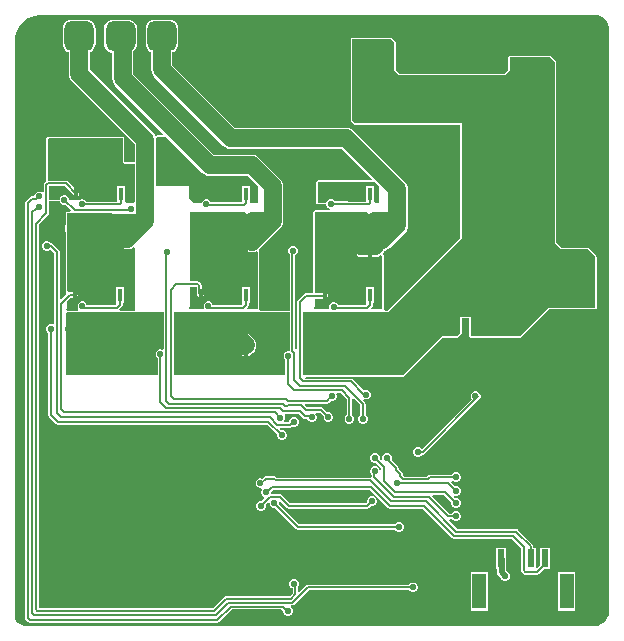
<source format=gbl>
G04*
G04 #@! TF.GenerationSoftware,Altium Limited,Altium Designer,21.2.2 (38)*
G04*
G04 Layer_Physical_Order=2*
G04 Layer_Color=16711680*
%FSLAX25Y25*%
%MOIN*%
G70*
G04*
G04 #@! TF.SameCoordinates,8CF34D0F-3D0A-4A82-AD64-C49C04CB85B6*
G04*
G04*
G04 #@! TF.FilePolarity,Positive*
G04*
G01*
G75*
%ADD13C,0.00800*%
%ADD33R,0.01772X0.04331*%
%ADD34R,0.21654X0.01181*%
%ADD35R,0.01772X0.06299*%
%ADD36R,0.16732X0.13780*%
%ADD73C,0.06000*%
%ADD74C,0.02000*%
%ADD75C,0.15748*%
%ADD76C,0.07087*%
%ADD77R,0.07087X0.07087*%
%ADD78R,0.07087X0.07087*%
%ADD79C,0.02200*%
G04:AMPARAMS|DCode=80|XSize=100mil|YSize=98.43mil|CornerRadius=24.61mil|HoleSize=0mil|Usage=FLASHONLY|Rotation=270.000|XOffset=0mil|YOffset=0mil|HoleType=Round|Shape=RoundedRectangle|*
%AMROUNDEDRECTD80*
21,1,0.10000,0.04921,0,0,270.0*
21,1,0.05079,0.09843,0,0,270.0*
1,1,0.04921,-0.02461,-0.02539*
1,1,0.04921,-0.02461,0.02539*
1,1,0.04921,0.02461,0.02539*
1,1,0.04921,0.02461,-0.02539*
%
%ADD80ROUNDEDRECTD80*%
%ADD81R,0.04724X0.11811*%
%ADD82R,0.02362X0.05906*%
G36*
X463896Y426957D02*
Y426957D01*
X463896Y426957D01*
X464538Y426873D01*
X465505Y426472D01*
X466335Y425835D01*
X466972Y425005D01*
X467373Y424038D01*
X467498Y423087D01*
X467480Y423000D01*
X467480Y228500D01*
X467538Y228210D01*
X467403Y227186D01*
X466896Y225962D01*
X466089Y224911D01*
X465038Y224104D01*
X463814Y223597D01*
X463328Y223533D01*
Y223533D01*
X463317Y223520D01*
X272637Y223520D01*
X272616Y223543D01*
Y223543D01*
X272616Y223543D01*
X272092Y223612D01*
X271246Y223962D01*
X270520Y224520D01*
X269962Y225246D01*
X269612Y226092D01*
X269506Y226893D01*
X269543Y227384D01*
X269543Y227384D01*
X269520Y227858D01*
X269520Y227971D01*
X269520Y419368D01*
X269544Y419390D01*
X269544D01*
X269620Y420167D01*
X270107Y421770D01*
X270896Y423247D01*
X271959Y424541D01*
X273253Y425604D01*
X274730Y426393D01*
X276333Y426880D01*
X277110Y426956D01*
Y426956D01*
X277132Y426980D01*
X463875D01*
X463896Y426957D01*
D02*
G37*
%LPC*%
G36*
X320961Y425526D02*
X316039D01*
X315266Y425424D01*
X314546Y425126D01*
X313928Y424651D01*
X313453Y424032D01*
X313155Y423312D01*
X313053Y422539D01*
Y417461D01*
X313155Y416688D01*
X313453Y415968D01*
X313928Y415349D01*
X314546Y414875D01*
X314970Y414699D01*
Y409000D01*
X315090Y408086D01*
X315443Y407235D01*
X316004Y406504D01*
X339004Y383504D01*
X339735Y382943D01*
X340586Y382590D01*
X341500Y382470D01*
X378538D01*
X388504Y372503D01*
X388313Y372041D01*
X370500Y372041D01*
X370117Y371883D01*
X369959Y371500D01*
Y364500D01*
X370117Y364117D01*
X370500Y363959D01*
X373337D01*
Y363745D01*
X373581Y363157D01*
X374031Y362707D01*
X374430Y362541D01*
X374330Y362041D01*
X369500D01*
X369117Y361883D01*
X368959Y361500D01*
Y334418D01*
X366500D01*
X366149Y334348D01*
X365851Y334149D01*
X363851Y332149D01*
X363652Y331851D01*
X363582Y331500D01*
Y315875D01*
X363082Y315614D01*
X362918Y315729D01*
Y347122D01*
X363075Y347187D01*
X363525Y347637D01*
X363769Y348225D01*
Y348862D01*
X363525Y349450D01*
X363075Y349900D01*
X362487Y350143D01*
X361851D01*
X361263Y349900D01*
X360813Y349450D01*
X360569Y348862D01*
Y348225D01*
X360813Y347637D01*
X361082Y347367D01*
Y328541D01*
X351392D01*
X351041Y329000D01*
Y348024D01*
X351016Y348085D01*
X351027Y348149D01*
X350940Y348270D01*
X350883Y348407D01*
X350853Y348894D01*
X350996Y349004D01*
X357996Y356004D01*
X357996Y356004D01*
X358557Y356735D01*
X358910Y357586D01*
X359030Y358500D01*
Y370000D01*
X358910Y370914D01*
X358557Y371765D01*
X357996Y372496D01*
X357996Y372496D01*
X350996Y379496D01*
X350265Y380057D01*
X349414Y380410D01*
X348500Y380530D01*
X335962D01*
X309030Y407462D01*
Y415148D01*
X309293Y415349D01*
X309767Y415968D01*
X310066Y416688D01*
X310167Y417461D01*
Y422539D01*
X310066Y423312D01*
X309767Y424032D01*
X309293Y424651D01*
X308674Y425126D01*
X307954Y425424D01*
X307181Y425526D01*
X302260D01*
X301487Y425424D01*
X300767Y425126D01*
X300148Y424651D01*
X299674Y424032D01*
X299375Y423312D01*
X299274Y422539D01*
Y417461D01*
X299375Y416688D01*
X299674Y415968D01*
X300148Y415349D01*
X300767Y414875D01*
X301487Y414576D01*
X301970Y414513D01*
Y406000D01*
X302090Y405086D01*
X302443Y404235D01*
X303004Y403504D01*
X319004Y387503D01*
X318813Y387041D01*
X316894D01*
X316873Y387033D01*
X316852Y387040D01*
X316720Y386972D01*
X316468Y386910D01*
X316230Y387061D01*
X316097Y387170D01*
X316057Y387265D01*
X315496Y387996D01*
X294471Y409021D01*
Y414699D01*
X294895Y414875D01*
X295513Y415349D01*
X295988Y415968D01*
X296286Y416688D01*
X296388Y417461D01*
Y422539D01*
X296286Y423312D01*
X295988Y424032D01*
X295513Y424651D01*
X294895Y425126D01*
X294174Y425424D01*
X293402Y425526D01*
X288480D01*
X287707Y425424D01*
X286987Y425126D01*
X286369Y424651D01*
X285894Y424032D01*
X285596Y423312D01*
X285494Y422539D01*
Y417461D01*
X285596Y416688D01*
X285894Y415968D01*
X286369Y415349D01*
X286987Y414875D01*
X287411Y414699D01*
Y407559D01*
X287531Y406645D01*
X287884Y405794D01*
X288445Y405063D01*
X309470Y384038D01*
Y378041D01*
X306224D01*
X306041Y378224D01*
Y386000D01*
X305883Y386383D01*
X305500Y386541D01*
X281054D01*
X280962Y386579D01*
X280862Y386538D01*
X280755D01*
X280293Y386347D01*
X280217Y386271D01*
X280117Y386229D01*
X280076Y386130D01*
X280000Y386054D01*
Y385946D01*
X279959Y385847D01*
X279959Y371918D01*
X280016Y371780D01*
X279820Y371649D01*
X279351Y371180D01*
X279152Y370883D01*
X279082Y370531D01*
Y368155D01*
X278582Y367948D01*
X278540Y367990D01*
X277952Y368234D01*
X277316D01*
X276728Y367990D01*
X276277Y367540D01*
X276034Y366952D01*
Y366758D01*
X275341D01*
X274990Y366689D01*
X274692Y366490D01*
X273251Y365049D01*
X273052Y364751D01*
X272982Y364400D01*
Y226069D01*
X273052Y225717D01*
X273251Y225420D01*
X273820Y224851D01*
X274117Y224652D01*
X274469Y224582D01*
X337000D01*
X337351Y224652D01*
X337649Y224851D01*
X341780Y228982D01*
X358341D01*
X358900Y228423D01*
Y228182D01*
X359144Y227594D01*
X359594Y227144D01*
X360182Y226900D01*
X360818D01*
X361406Y227144D01*
X361856Y227594D01*
X362100Y228182D01*
Y228818D01*
X361856Y229406D01*
X361480Y229782D01*
X361554Y230133D01*
X361634Y230282D01*
X362038D01*
X362390Y230352D01*
X362687Y230551D01*
X367549Y235413D01*
X400825D01*
X401263Y234974D01*
X401851Y234730D01*
X402488D01*
X403076Y234974D01*
X403526Y235424D01*
X403770Y236012D01*
Y236649D01*
X403526Y237237D01*
X403076Y237687D01*
X402488Y237930D01*
X401851D01*
X401263Y237687D01*
X400825Y237248D01*
X367169D01*
X366818Y237178D01*
X366520Y236979D01*
X364380Y234839D01*
X363918Y235030D01*
Y236621D01*
X363901Y236702D01*
X364100Y237182D01*
Y237818D01*
X363856Y238406D01*
X363406Y238856D01*
X362818Y239100D01*
X362182D01*
X361594Y238856D01*
X361144Y238406D01*
X360900Y237818D01*
Y237182D01*
X361144Y236594D01*
X361594Y236144D01*
X362082Y235941D01*
Y234380D01*
X361120Y233418D01*
X340000D01*
X339649Y233348D01*
X339351Y233149D01*
X335620Y229418D01*
X277418D01*
Y357120D01*
X280649Y360351D01*
X280848Y360649D01*
X280918Y361000D01*
Y364959D01*
X284400D01*
X284479Y364991D01*
X284644Y364594D01*
X285094Y364144D01*
X285682Y363900D01*
X286302D01*
X288199Y362003D01*
X288008Y361541D01*
X287000D01*
X286617Y361383D01*
X286459Y361000D01*
Y357108D01*
X286173D01*
Y354927D01*
X286459D01*
Y334961D01*
X286487Y334893D01*
X286477Y334820D01*
X286563Y334708D01*
X286617Y334578D01*
X286779Y334119D01*
X286784Y334082D01*
X284980Y332277D01*
X284518Y332469D01*
Y348153D01*
X284448Y348504D01*
X284249Y348802D01*
X282249Y350802D01*
X281951Y351001D01*
X281600Y351071D01*
X281445D01*
X281006Y351510D01*
X280418Y351753D01*
X279782D01*
X279194Y351510D01*
X278744Y351060D01*
X278500Y350471D01*
Y349835D01*
X278744Y349247D01*
X279194Y348797D01*
X279782Y348553D01*
X280418D01*
X281006Y348797D01*
X281332Y349123D01*
X282682Y347773D01*
Y324325D01*
X282182Y323991D01*
X281918Y324100D01*
X281282D01*
X280694Y323856D01*
X280244Y323406D01*
X280000Y322818D01*
Y322182D01*
X280244Y321594D01*
X280682Y321155D01*
Y293900D01*
X280752Y293549D01*
X280951Y293251D01*
X283351Y290851D01*
X283649Y290652D01*
X284000Y290582D01*
X353620D01*
X356900Y287302D01*
Y286682D01*
X357144Y286094D01*
X357594Y285644D01*
X358182Y285400D01*
X358818D01*
X359406Y285644D01*
X359856Y286094D01*
X360100Y286682D01*
Y287318D01*
X359856Y287906D01*
X359406Y288356D01*
X358818Y288600D01*
X358198D01*
X357677Y289120D01*
X357869Y289582D01*
X361331D01*
X361683Y289652D01*
X361980Y289851D01*
X362074Y289945D01*
X362182Y289900D01*
X362818D01*
X363406Y290144D01*
X363856Y290594D01*
X364100Y291182D01*
Y291818D01*
X363856Y292406D01*
X363406Y292856D01*
X362818Y293100D01*
X362182D01*
X361594Y292856D01*
X361144Y292406D01*
X360900Y291818D01*
Y291418D01*
X359580D01*
X359356Y291901D01*
X359600Y292490D01*
Y293126D01*
X359411Y293582D01*
X359588Y293965D01*
X359695Y294082D01*
X364120D01*
X365583Y292619D01*
X365881Y292420D01*
X366232Y292350D01*
X367037D01*
X367144Y292094D01*
X367594Y291644D01*
X368182Y291400D01*
X368818D01*
X369406Y291644D01*
X369856Y292094D01*
X370100Y292682D01*
Y293318D01*
X369856Y293906D01*
X369680Y294082D01*
X369887Y294582D01*
X371120D01*
X372400Y293302D01*
Y292682D01*
X372644Y292094D01*
X373094Y291644D01*
X373682Y291400D01*
X374318D01*
X374906Y291644D01*
X375356Y292094D01*
X375600Y292682D01*
Y293318D01*
X375356Y293906D01*
X374906Y294356D01*
X374318Y294600D01*
X373698D01*
X372149Y296149D01*
X371851Y296348D01*
X371500Y296418D01*
X366880D01*
X366177Y297120D01*
X366369Y297582D01*
X373460D01*
X373811Y297652D01*
X374109Y297851D01*
X374745Y298487D01*
X374851Y298443D01*
X375487D01*
X376075Y298687D01*
X376525Y299137D01*
X376769Y299725D01*
Y300362D01*
X376678Y300582D01*
X377012Y301082D01*
X378120D01*
X380082Y299120D01*
Y293845D01*
X379644Y293406D01*
X379400Y292818D01*
Y292182D01*
X379644Y291594D01*
X380094Y291144D01*
X380682Y290900D01*
X381318D01*
X381906Y291144D01*
X382356Y291594D01*
X382600Y292182D01*
Y292818D01*
X382356Y293406D01*
X381918Y293845D01*
Y299078D01*
X382418Y299285D01*
X384582Y297120D01*
Y293845D01*
X384144Y293406D01*
X383900Y292818D01*
Y292182D01*
X384144Y291594D01*
X384594Y291144D01*
X385182Y290900D01*
X385818D01*
X386406Y291144D01*
X386856Y291594D01*
X387100Y292182D01*
Y292818D01*
X386856Y293406D01*
X386418Y293845D01*
Y297500D01*
X386348Y297851D01*
X386149Y298149D01*
X385574Y298724D01*
X385857Y299148D01*
X386351Y298943D01*
X386987D01*
X387575Y299187D01*
X388025Y299637D01*
X388269Y300225D01*
Y300862D01*
X388025Y301450D01*
X387575Y301900D01*
X386987Y302143D01*
X386351D01*
X385858Y301939D01*
X382149Y305649D01*
X381851Y305848D01*
X381500Y305918D01*
X366363D01*
X366336Y305959D01*
X366603Y306459D01*
X399000D01*
X399000Y306459D01*
X399383Y306617D01*
X399383Y306617D01*
X412224Y319459D01*
X417000D01*
X417383Y319617D01*
X417383Y319617D01*
X418383Y320617D01*
X418541Y321000D01*
X418541Y321000D01*
Y323940D01*
X418500Y324040D01*
Y324147D01*
X418441Y324289D01*
Y324711D01*
X418500Y324853D01*
Y324960D01*
X418541Y325060D01*
Y325959D01*
X420959D01*
Y320000D01*
X421117Y319617D01*
X421500Y319459D01*
X438000D01*
X438000Y319459D01*
X438383Y319617D01*
X447724Y328959D01*
X463000D01*
X463383Y329117D01*
X463541Y329500D01*
Y346500D01*
X463383Y346883D01*
X463383Y346883D01*
X460883Y349383D01*
X460500Y349541D01*
X460500Y349541D01*
X451724D01*
X450041Y351224D01*
Y411500D01*
X450041Y411500D01*
X449883Y411883D01*
X448383Y413383D01*
X448000Y413541D01*
X448000Y413541D01*
X434500D01*
X434117Y413383D01*
X433959Y413000D01*
Y408724D01*
X432776Y407541D01*
X397724D01*
X396541Y408724D01*
Y418000D01*
X396383Y418383D01*
X396383Y418383D01*
X395383Y419383D01*
X395000Y419541D01*
X395000Y419541D01*
X382000D01*
X381617Y419383D01*
X381459Y419000D01*
Y392000D01*
X381617Y391617D01*
X381617Y391617D01*
X382617Y390617D01*
X383000Y390459D01*
X383000Y390459D01*
X417959D01*
X417959Y352724D01*
X393776Y328541D01*
X392892D01*
X392541Y329000D01*
Y346876D01*
X392507Y346960D01*
X392512Y347050D01*
X392430Y347144D01*
X392383Y347259D01*
X392261Y347572D01*
X392294Y347892D01*
X392557Y348235D01*
X392696Y348570D01*
X392906Y348597D01*
X393758Y348950D01*
X394489Y349511D01*
X399496Y354519D01*
X400057Y355250D01*
X400410Y356101D01*
X400530Y357015D01*
Y360500D01*
Y369000D01*
X400410Y369914D01*
X400057Y370765D01*
X399496Y371496D01*
X382496Y388496D01*
X381765Y389057D01*
X380914Y389410D01*
X380000Y389530D01*
X342962D01*
X322030Y410462D01*
Y414699D01*
X322454Y414875D01*
X323072Y415349D01*
X323547Y415968D01*
X323845Y416688D01*
X323947Y417461D01*
Y422539D01*
X323845Y423312D01*
X323547Y424032D01*
X323072Y424651D01*
X322454Y425126D01*
X321733Y425424D01*
X320961Y425526D01*
D02*
G37*
G36*
X423318Y301600D02*
X422682D01*
X422094Y301356D01*
X421644Y300906D01*
X421400Y300318D01*
Y299682D01*
X421644Y299094D01*
X421720Y299018D01*
X405129Y282427D01*
X404774Y282782D01*
X404186Y283025D01*
X403549D01*
X402961Y282782D01*
X402511Y282332D01*
X402268Y281744D01*
Y281107D01*
X402511Y280519D01*
X402961Y280069D01*
X403549Y279825D01*
X404186D01*
X404774Y280069D01*
X405224Y280519D01*
X405250Y280582D01*
X405500D01*
X405851Y280652D01*
X406149Y280851D01*
X424649Y299351D01*
X424848Y299649D01*
X424918Y300000D01*
X424848Y300351D01*
X424649Y300649D01*
X424392Y300820D01*
X424356Y300906D01*
X423906Y301356D01*
X423318Y301600D01*
D02*
G37*
G36*
X393818Y281100D02*
X393182D01*
X392594Y280856D01*
X392144Y280406D01*
X391900Y279818D01*
Y279182D01*
X391954Y279050D01*
X391530Y278767D01*
X391100Y279198D01*
Y279818D01*
X390856Y280406D01*
X390406Y280856D01*
X389818Y281100D01*
X389182D01*
X388594Y280856D01*
X388144Y280406D01*
X387900Y279818D01*
Y279182D01*
X388144Y278594D01*
X388594Y278144D01*
X389182Y277900D01*
X389802D01*
X391582Y276120D01*
Y275361D01*
X391100Y275318D01*
X390856Y275906D01*
X390406Y276356D01*
X389818Y276600D01*
X389182D01*
X388594Y276356D01*
X388144Y275906D01*
X387900Y275318D01*
Y274682D01*
X388144Y274094D01*
X388409Y273829D01*
Y273328D01*
X388121Y273013D01*
X387950Y272917D01*
X387945Y272918D01*
X356880D01*
X356649Y273149D01*
X356351Y273348D01*
X356000Y273418D01*
X353137D01*
X352786Y273348D01*
X352488Y273149D01*
X351870Y272531D01*
X351703Y272600D01*
X351066D01*
X350478Y272356D01*
X350028Y271906D01*
X349784Y271318D01*
Y270682D01*
X350028Y270094D01*
X350478Y269644D01*
X351066Y269400D01*
X351574D01*
X351799Y269019D01*
X351819Y268938D01*
X351780Y268899D01*
X351536Y268311D01*
Y267674D01*
X351780Y267086D01*
X352230Y266636D01*
X352494Y266527D01*
X352611Y265937D01*
X351774Y265100D01*
X351182D01*
X350594Y264856D01*
X350144Y264406D01*
X349900Y263818D01*
Y263182D01*
X350144Y262594D01*
X350594Y262144D01*
X351182Y261900D01*
X351818D01*
X352406Y262144D01*
X352856Y262594D01*
X353100Y263182D01*
Y263818D01*
X353097Y263827D01*
X353900Y264630D01*
X354400Y264423D01*
Y264182D01*
X354644Y263594D01*
X355094Y263144D01*
X355682Y262900D01*
X356302D01*
X363351Y255851D01*
X363649Y255652D01*
X364000Y255582D01*
X396155D01*
X396594Y255144D01*
X397182Y254900D01*
X397818D01*
X398406Y255144D01*
X398856Y255594D01*
X399100Y256182D01*
Y256818D01*
X398856Y257406D01*
X398406Y257856D01*
X397818Y258100D01*
X397182D01*
X396594Y257856D01*
X396155Y257418D01*
X364380D01*
X357600Y264198D01*
Y264818D01*
X357546Y264949D01*
X357969Y265233D01*
X360351Y262851D01*
X360649Y262652D01*
X361000Y262582D01*
X387000D01*
X387351Y262652D01*
X387649Y262851D01*
X388198Y263400D01*
X388818D01*
X389406Y263644D01*
X389856Y264094D01*
X390100Y264682D01*
Y265318D01*
X389856Y265906D01*
X389406Y266356D01*
X388818Y266600D01*
X388182D01*
X387594Y266356D01*
X387144Y265906D01*
X386900Y265318D01*
Y264698D01*
X386620Y264418D01*
X361380D01*
X358649Y267149D01*
X358351Y267348D01*
X358000Y267418D01*
X354908D01*
X354736Y267674D01*
Y267938D01*
X355580Y268782D01*
X387920D01*
X393851Y262851D01*
X394149Y262652D01*
X394500Y262582D01*
X405620D01*
X415363Y252839D01*
X415661Y252640D01*
X416012Y252571D01*
X435132D01*
X438205Y249497D01*
Y241969D01*
X438275Y241617D01*
X438474Y241320D01*
X438943Y240851D01*
X439241Y240652D01*
X439592Y240582D01*
X443563D01*
X443914Y240652D01*
X444212Y240851D01*
X445932Y242571D01*
X447996D01*
Y249476D01*
X444634D01*
Y243869D01*
X443575Y242810D01*
X443075Y243017D01*
Y249476D01*
X442311D01*
Y250106D01*
X442241Y250458D01*
X442043Y250755D01*
X437361Y255437D01*
X437063Y255636D01*
X436712Y255706D01*
X417092D01*
X414215Y258582D01*
X414423Y259082D01*
X415155D01*
X415594Y258644D01*
X416182Y258400D01*
X416818D01*
X417406Y258644D01*
X417856Y259094D01*
X418100Y259682D01*
Y260318D01*
X417856Y260906D01*
X417406Y261356D01*
X416818Y261600D01*
X416182D01*
X415594Y261356D01*
X415155Y260918D01*
X414380D01*
X408677Y266620D01*
X408869Y267082D01*
X412620D01*
X414900Y264802D01*
Y264182D01*
X415144Y263594D01*
X415594Y263144D01*
X416182Y262900D01*
X416818D01*
X417406Y263144D01*
X417856Y263594D01*
X418100Y264182D01*
Y264818D01*
X417856Y265406D01*
X417406Y265856D01*
X416818Y266100D01*
X416198D01*
X415767Y266530D01*
X416050Y266954D01*
X416182Y266900D01*
X416818D01*
X417406Y267144D01*
X417856Y267594D01*
X418100Y268182D01*
Y268818D01*
X417856Y269406D01*
X417406Y269856D01*
X416818Y270100D01*
X416198D01*
X414935Y271362D01*
X415126Y271879D01*
X415341Y271896D01*
X415594Y271644D01*
X416182Y271400D01*
X416818D01*
X417406Y271644D01*
X417856Y272094D01*
X418100Y272682D01*
Y273318D01*
X417856Y273906D01*
X417406Y274356D01*
X416818Y274600D01*
X416182D01*
X415594Y274356D01*
X415155Y273918D01*
X407902D01*
X407551Y273848D01*
X407253Y273649D01*
X406822Y273218D01*
X399377D01*
X398918Y273677D01*
Y274000D01*
X398848Y274351D01*
X398649Y274649D01*
X397418Y275880D01*
Y276000D01*
X397348Y276351D01*
X397149Y276649D01*
X394958Y278839D01*
X395100Y279182D01*
Y279818D01*
X394856Y280406D01*
X394406Y280856D01*
X393818Y281100D01*
D02*
G37*
G36*
X433232Y249476D02*
X429870D01*
Y242571D01*
X430203D01*
Y241268D01*
X430319Y240683D01*
X430651Y240186D01*
X431440Y239397D01*
X431546Y239141D01*
X431996Y238691D01*
X432584Y238447D01*
X433221D01*
X433534Y238577D01*
X433585Y238587D01*
X433629Y238616D01*
X433809Y238691D01*
X433947Y238828D01*
X434081Y238919D01*
X434172Y239054D01*
X434259Y239141D01*
X434306Y239255D01*
X434413Y239415D01*
X434450Y239603D01*
X434503Y239729D01*
Y239865D01*
X434529Y240000D01*
X434503Y240135D01*
Y240366D01*
X434414Y240579D01*
X434413Y240585D01*
X434409Y240591D01*
X434259Y240953D01*
X433809Y241404D01*
X433724Y241439D01*
X433262Y241901D01*
Y245843D01*
X433232Y245990D01*
Y249476D01*
D02*
G37*
G36*
X456362Y241406D02*
X450638D01*
Y228594D01*
X456362D01*
Y241406D01*
D02*
G37*
G36*
X427228D02*
X421504D01*
Y228594D01*
X427228D01*
Y241406D01*
D02*
G37*
%LPD*%
G36*
X389500Y371500D02*
X391000Y370000D01*
Y364500D01*
X389774D01*
X389386Y364769D01*
Y370100D01*
X386614D01*
Y364918D01*
X380943D01*
X380626Y364981D01*
X376282D01*
X375843Y365419D01*
X375255Y365663D01*
X374619D01*
X374031Y365419D01*
X373581Y364969D01*
X373386Y364500D01*
X370500D01*
Y371500D01*
X389500Y371500D01*
D02*
G37*
G36*
X332004Y374504D02*
X332735Y373943D01*
X333586Y373590D01*
X334500Y373470D01*
X347038D01*
X350500Y370007D01*
Y364500D01*
X348274D01*
X347886Y364769D01*
Y370100D01*
X345114D01*
Y364769D01*
X344637Y364714D01*
X334796D01*
X334716Y364906D01*
X334266Y365356D01*
X333678Y365600D01*
X333042D01*
X332454Y365356D01*
X332003Y364906D01*
X331835Y364500D01*
X329000D01*
X327500Y366000D01*
Y370000D01*
X316530D01*
Y385500D01*
X316464Y386000D01*
X316894Y386500D01*
X320007D01*
X332004Y374504D01*
D02*
G37*
G36*
X281000Y386000D02*
X305500D01*
Y378000D01*
X306000Y377500D01*
X309470D01*
Y364970D01*
X309000Y364500D01*
X306774D01*
X306386Y364769D01*
Y370100D01*
X303614D01*
Y364918D01*
X293582D01*
X293000Y365500D01*
X292420D01*
X292178Y365600D01*
X291542D01*
X291300Y365500D01*
X287600D01*
Y365818D01*
X287356Y366406D01*
X286906Y366856D01*
X286318Y367100D01*
X285682D01*
X285094Y366856D01*
X284644Y366406D01*
X284400Y365818D01*
Y365500D01*
X280918D01*
Y370082D01*
X286055D01*
X289351Y366786D01*
X289649Y366587D01*
X290000Y366517D01*
X290351Y366587D01*
X290649Y366786D01*
X290848Y367084D01*
X290918Y367435D01*
X290848Y367786D01*
X290649Y368084D01*
X287084Y371649D01*
X286786Y371848D01*
X286435Y371918D01*
X280500D01*
X280500Y385847D01*
X280962Y386038D01*
X281000Y386000D01*
D02*
G37*
G36*
X387104Y361000D02*
X387004Y360923D01*
X386443Y360192D01*
X386090Y359340D01*
X385970Y358427D01*
X385972Y358406D01*
X385643Y358030D01*
X380951D01*
X380037Y357910D01*
X379186Y357557D01*
X378455Y356996D01*
X378004Y356545D01*
X377443Y355814D01*
X377090Y354962D01*
X376970Y354049D01*
X377090Y353135D01*
X377443Y352284D01*
X378004Y351553D01*
X378735Y350992D01*
X379240Y350782D01*
X382519Y347504D01*
X383250Y346943D01*
X384101Y346590D01*
X385015Y346470D01*
X389500D01*
X390414Y346590D01*
X391265Y346943D01*
X391500Y347123D01*
X392000Y346876D01*
Y329000D01*
X388400D01*
X388208Y329462D01*
X388618Y329872D01*
X388817Y330169D01*
X388887Y330521D01*
Y331221D01*
X389386D01*
Y336551D01*
X386614D01*
Y331221D01*
X386614D01*
X386665Y330721D01*
X386470Y330469D01*
X377194D01*
X377137Y330606D01*
X376687Y331056D01*
X376099Y331300D01*
X375463D01*
X374875Y331056D01*
X374425Y330606D01*
X374181Y330018D01*
Y329381D01*
X373926Y329000D01*
X369500D01*
X369000Y329500D01*
X369500Y330000D01*
Y332582D01*
X372614D01*
X372965Y332652D01*
X373263Y332851D01*
X373649Y333237D01*
X373848Y333535D01*
X373918Y333886D01*
X373848Y334237D01*
X373649Y334535D01*
X373351Y334734D01*
X373000Y334804D01*
X372649Y334734D01*
X372351Y334535D01*
X372234Y334418D01*
X369500D01*
Y361500D01*
X386934D01*
X387104Y361000D01*
D02*
G37*
G36*
X346543Y361027D02*
X346504Y360996D01*
X345504Y359996D01*
X344943Y359265D01*
X344590Y358414D01*
X344470Y357500D01*
X344590Y356586D01*
X344943Y355735D01*
X345504Y355004D01*
X345957Y354656D01*
X346028Y354020D01*
X346004Y353996D01*
X345443Y353265D01*
X345090Y352414D01*
X344970Y351500D01*
X345090Y350586D01*
X345443Y349735D01*
X346004Y349004D01*
X346735Y348443D01*
X347586Y348090D01*
X348500Y347970D01*
X349414Y348090D01*
X350000Y348333D01*
X350500Y348024D01*
Y329000D01*
X346951D01*
X346760Y329462D01*
X347149Y329851D01*
X347348Y330149D01*
X347418Y330500D01*
Y331169D01*
X347886D01*
Y336500D01*
X345114D01*
Y331169D01*
X345114D01*
X345165Y330669D01*
X344970Y330418D01*
X335559D01*
X335356Y330906D01*
X334906Y331356D01*
X334318Y331600D01*
X333682D01*
X333094Y331356D01*
X332644Y330906D01*
X332400Y330318D01*
Y329682D01*
X332475Y329500D01*
X332141Y329000D01*
X328000D01*
X327500Y329500D01*
X328000Y330000D01*
Y336459D01*
X330097D01*
Y334320D01*
X330166Y333969D01*
X330365Y333672D01*
X330851Y333186D01*
X331149Y332987D01*
X331500Y332917D01*
X331851Y332987D01*
X332149Y333186D01*
X332348Y333484D01*
X332418Y333835D01*
X332348Y334186D01*
X332149Y334484D01*
X331932Y334701D01*
Y336908D01*
X331862Y337260D01*
X331663Y337557D01*
X331194Y338026D01*
X330897Y338225D01*
X330545Y338295D01*
X328000D01*
Y361500D01*
X346382D01*
X346543Y361027D01*
D02*
G37*
G36*
X302213Y360500D02*
X302004Y360339D01*
X301443Y359608D01*
X301090Y358757D01*
X300970Y357843D01*
X301090Y356929D01*
X301443Y356078D01*
X302004Y355347D01*
X302735Y354786D01*
X303095Y354636D01*
X303305Y354089D01*
X303025Y353414D01*
X302904Y352500D01*
X303025Y351586D01*
X303377Y350735D01*
X303938Y350004D01*
X304669Y349443D01*
X305521Y349090D01*
X306435Y348970D01*
X307000D01*
X307914Y349090D01*
X308765Y349443D01*
X309000Y349623D01*
X309500Y349376D01*
Y328541D01*
X304546D01*
X304339Y329041D01*
X305149Y329851D01*
X305348Y330149D01*
X305418Y330500D01*
Y331169D01*
X305886D01*
Y336500D01*
X303114D01*
Y331169D01*
X303114D01*
X303165Y330669D01*
X302970Y330418D01*
X293559D01*
X293356Y330906D01*
X292906Y331356D01*
X292318Y331600D01*
X291682D01*
X291094Y331356D01*
X290644Y330906D01*
X290400Y330318D01*
Y329682D01*
X290644Y329094D01*
X290696Y329041D01*
X290489Y328541D01*
X287000D01*
X287000Y328541D01*
X286971Y328529D01*
X286500Y329000D01*
X287000Y329500D01*
Y331702D01*
X288215Y332917D01*
X289500D01*
X289851Y332987D01*
X290149Y333186D01*
X290348Y333484D01*
X290418Y333835D01*
X290348Y334186D01*
X290149Y334484D01*
X289851Y334682D01*
X289500Y334752D01*
X287835D01*
X287500Y334686D01*
X287482Y334683D01*
X287000Y334961D01*
Y361000D01*
X302044D01*
X302213Y360500D01*
D02*
G37*
G36*
X396000Y418000D02*
Y408500D01*
X397500Y407000D01*
X433000D01*
X434500Y408500D01*
Y413000D01*
X448000D01*
X449500Y411500D01*
Y351000D01*
X451500Y349000D01*
X460500D01*
X463000Y346500D01*
Y329500D01*
X447500D01*
X438000Y320000D01*
X421500D01*
Y326500D01*
X418000D01*
Y325060D01*
X417900Y324818D01*
Y324182D01*
X418000Y323940D01*
Y321000D01*
X417000Y320000D01*
X412000D01*
X399000Y307000D01*
X365418D01*
Y328000D01*
X394000Y328000D01*
X418500Y352500D01*
X418500Y391000D01*
X383000D01*
X382000Y392000D01*
Y419000D01*
X395000D01*
X396000Y418000D01*
D02*
G37*
G36*
X319082Y328000D02*
Y315825D01*
X318582Y315491D01*
X318318Y315600D01*
X317682D01*
X317094Y315356D01*
X316644Y314906D01*
X316400Y314318D01*
Y313682D01*
X316644Y313094D01*
X317082Y312655D01*
Y307000D01*
X286500D01*
Y327500D01*
X287000Y328000D01*
X319082Y328000D01*
D02*
G37*
G36*
X361082Y328000D02*
Y315207D01*
X360987Y315143D01*
X360351D01*
X359763Y314900D01*
X359313Y314450D01*
X359069Y313862D01*
Y313225D01*
X359313Y312637D01*
X359582Y312367D01*
Y307000D01*
X322418D01*
Y328000D01*
X361082Y328000D01*
D02*
G37*
%LPC*%
G36*
X339000Y323979D02*
X338086Y323859D01*
X337235Y323506D01*
X336504Y322945D01*
X335943Y322214D01*
X335590Y321362D01*
X335470Y320449D01*
X335590Y319535D01*
X335943Y318684D01*
X336504Y317953D01*
X338319Y316138D01*
X339050Y315577D01*
X339901Y315224D01*
X340815Y315104D01*
X343404D01*
X344004Y314504D01*
X344735Y313943D01*
X345586Y313590D01*
X346500Y313470D01*
X347414Y313590D01*
X348265Y313943D01*
X348996Y314504D01*
X349557Y315235D01*
X349910Y316086D01*
X350030Y317000D01*
X349910Y317914D01*
X349557Y318765D01*
X348996Y319496D01*
X347362Y321130D01*
X346631Y321691D01*
X345780Y322044D01*
X344866Y322164D01*
X342277D01*
X341496Y322945D01*
X340765Y323506D01*
X339914Y323859D01*
X339000Y323979D01*
D02*
G37*
%LPD*%
D13*
X304531Y364000D02*
X305000Y364469D01*
X291860Y364000D02*
X304531D01*
X289500Y362000D02*
X307000D01*
X286000Y365500D02*
X289500Y362000D01*
X307000D02*
X307500Y362500D01*
X305000Y364469D02*
Y367435D01*
X307500Y362500D02*
X308000D01*
X280100Y350153D02*
X281600D01*
X331014Y334320D02*
Y336908D01*
X321500Y335500D02*
X323377Y337377D01*
X330545D02*
X331014Y336908D01*
X323377Y337377D02*
X330545D01*
X362500Y237121D02*
X363000Y236621D01*
X361500Y232500D02*
X363000Y234000D01*
X362500Y237121D02*
Y237500D01*
X363000Y234000D02*
Y236621D01*
X340700Y231200D02*
X362038D01*
X367169Y236330D02*
X402170D01*
X340000Y232500D02*
X361500D01*
X362038Y231200D02*
X367169Y236330D01*
X353497Y267997D02*
X355200Y269700D01*
X353137Y272500D02*
X356000D01*
X388300Y269700D02*
X394500Y263500D01*
X356500Y272000D02*
X387945D01*
X355200Y269700D02*
X388300D01*
X356000Y272500D02*
X356500Y272000D01*
X387000Y263500D02*
X388500Y265000D01*
X358000Y266500D02*
X361000Y263500D01*
X387000D01*
X387945Y272000D02*
X394945Y265000D01*
X380626Y364063D02*
X380689Y364000D01*
X387531D02*
X388000Y364469D01*
X380689Y364000D02*
X387531D01*
X388000Y364469D02*
Y367435D01*
X374937Y364063D02*
X380626D01*
X381500Y305000D02*
X385689Y300811D01*
X365500Y305000D02*
X381500D01*
X386401Y300811D02*
X386669Y300543D01*
X385689Y300811D02*
X386401D01*
X366500Y333500D02*
X372614D01*
X364500Y331500D02*
X366500Y333500D01*
X372614D02*
X373000Y333886D01*
X364500Y306000D02*
Y331500D01*
Y306000D02*
X365500Y305000D01*
X346031Y363796D02*
X346500Y364265D01*
Y367435D01*
X333564Y363796D02*
X346031D01*
X333360Y364000D02*
X333564Y363796D01*
X275341Y365841D02*
X276462D01*
X273900Y364400D02*
X275341Y365841D01*
X277255Y366634D02*
X277634D01*
X276462Y365841D02*
X277255Y366634D01*
X277121Y363000D02*
X277500D01*
X275766Y362047D02*
X276168D01*
X275200Y227769D02*
Y361482D01*
X275766Y362047D01*
X276168D02*
X277121Y363000D01*
X280000Y361000D02*
Y370531D01*
X276500Y357500D02*
X280000Y361000D01*
Y370531D02*
X280469Y371000D01*
X286435D01*
X273900Y226069D02*
Y364400D01*
X281600Y293900D02*
Y322500D01*
Y293900D02*
X284000Y291500D01*
X276500Y228969D02*
Y357500D01*
X276969Y228500D02*
X336000D01*
X273900Y226069D02*
X274469Y225500D01*
X276500Y228969D02*
X276969Y228500D01*
X275200Y227769D02*
X275969Y227000D01*
X336500D01*
X274469Y225500D02*
X337000D01*
X283600Y294400D02*
X285000Y293000D01*
X281600Y350153D02*
X283600Y348153D01*
Y294400D02*
Y348153D01*
X284900Y295600D02*
Y330900D01*
X287835Y333835D01*
X284900Y295600D02*
X285800Y294700D01*
X336500Y227000D02*
X340700Y231200D01*
X286435Y371000D02*
X290000Y367435D01*
X337000Y225500D02*
X341400Y229900D01*
X358721D02*
X360121Y228500D01*
X360500D01*
X341400Y229900D02*
X358721D01*
X285800Y294700D02*
X356108D01*
X285000Y293000D02*
X354500D01*
X287835Y333835D02*
X289500D01*
X356108Y294700D02*
X358000Y292808D01*
X284000Y291500D02*
X354000D01*
X358500Y287000D01*
X357000Y290500D02*
X361331D01*
X354500Y293000D02*
X357000Y290500D01*
X362331Y291500D02*
X362500D01*
X361331Y290500D02*
X362331Y291500D01*
X364500Y295000D02*
X366232Y293268D01*
X368232D01*
X368500Y293000D01*
X379500Y303500D02*
X385500Y297500D01*
X376442Y302000D02*
X378500D01*
X376399Y302043D02*
X376442Y302000D01*
X364500Y303500D02*
X379500D01*
X362543Y302043D02*
X376399D01*
X378500Y302000D02*
X381000Y299500D01*
X385500Y292500D02*
Y297500D01*
X362000Y315041D02*
Y348500D01*
Y315041D02*
X362669Y314372D01*
Y305331D02*
Y314372D01*
Y305331D02*
X364500Y303500D01*
X360500Y304087D02*
Y314000D01*
X366500Y295500D02*
X371500D01*
X374000Y293000D01*
X360500Y304087D02*
X362543Y302043D01*
X373460Y298500D02*
X375003Y300043D01*
X375169D01*
X381000Y292500D02*
Y299500D01*
X320000Y298500D02*
Y348500D01*
X331014Y334320D02*
X331500Y333835D01*
X321500Y300000D02*
Y335500D01*
Y300000D02*
X322500Y299000D01*
X360000D02*
X360500Y298500D01*
X322500Y299000D02*
X360000D01*
X359000Y297500D02*
X359669Y296831D01*
X358000Y296000D02*
X359000Y295000D01*
X320000Y296000D02*
X358000D01*
X321000Y297500D02*
X359000D01*
X318000Y298000D02*
X320000Y296000D01*
Y298500D02*
X321000Y297500D01*
X360500Y297000D02*
X365000D01*
X366500Y295500D01*
X360331Y296831D02*
X360500Y297000D01*
X359669Y296831D02*
X360331D01*
X359000Y295000D02*
X364500D01*
X360500Y298500D02*
X373460D01*
X318000Y298000D02*
Y314000D01*
X292500Y329500D02*
X303500D01*
X304500Y330500D01*
X336000Y228500D02*
X340000Y232500D01*
X389326Y273174D02*
Y274826D01*
X351500Y263500D02*
Y263528D01*
X392500Y271838D02*
X396339Y268000D01*
X396000Y266500D02*
X407500D01*
X354472D02*
X358000D01*
X351500Y263528D02*
X354472Y266500D01*
X416712Y254788D02*
X436712D01*
X413000Y268000D02*
X416500Y264500D01*
X356000D02*
X364000Y256500D01*
X397000Y271000D02*
X414000D01*
X351637D02*
X353137Y272500D01*
X406500Y265000D02*
X416712Y254788D01*
X351384Y271000D02*
X351637D01*
X407500Y266500D02*
X414000Y260000D01*
X392500Y271838D02*
Y276500D01*
X389326Y274826D02*
X389500Y275000D01*
X414000Y260000D02*
X416500D01*
X396339Y268000D02*
X413000D01*
X389326Y273174D02*
X396000Y266500D01*
X394945Y265000D02*
X406500D01*
X364000Y256500D02*
X397500D01*
X416012Y253488D02*
X435512D01*
X439000Y250000D01*
X436712Y254788D02*
X441394Y250106D01*
X406000Y263500D02*
X416012Y253488D01*
X394500Y263500D02*
X406000D01*
X441394Y246024D02*
Y250106D01*
X439000Y250000D02*
Y250000D01*
X439123Y241969D02*
Y249877D01*
X443563Y241500D02*
X446315Y244252D01*
X439592Y241500D02*
X443563D01*
X439123Y241969D02*
X439592Y241500D01*
X446315Y244252D02*
Y246024D01*
X439000Y250000D02*
X439123Y249877D01*
X398000Y273297D02*
X398997Y272300D01*
X407202D01*
X407902Y273000D01*
X414000Y271000D02*
X416500Y268500D01*
X304500Y330500D02*
Y333835D01*
X345500Y329500D02*
X346500Y330500D01*
X334500Y329500D02*
X345500D01*
X346500Y330500D02*
Y333835D01*
X376000Y329551D02*
X387000D01*
X387969Y330521D02*
Y333855D01*
X388000Y333886D01*
X387000Y329551D02*
X387969Y330521D01*
X398000Y273297D02*
Y274000D01*
X404000Y281500D02*
X405500D01*
X424000Y300000D01*
X407902Y273000D02*
X416500D01*
X389500Y279500D02*
X392500Y276500D01*
X396500Y275500D02*
Y276000D01*
Y275500D02*
X398000Y274000D01*
X393500Y279121D02*
Y279500D01*
X394076Y278424D02*
Y278545D01*
Y278424D02*
X396500Y276000D01*
X393500Y279121D02*
X394076Y278545D01*
D33*
X388000Y367435D02*
D03*
X383000D02*
D03*
X378000D02*
D03*
X373000D02*
D03*
X388000Y333886D02*
D03*
X383000D02*
D03*
X378000D02*
D03*
X373000D02*
D03*
X346500Y367435D02*
D03*
X341500D02*
D03*
X336500D02*
D03*
X331500D02*
D03*
X346500Y333835D02*
D03*
X341500D02*
D03*
X336500D02*
D03*
X331500D02*
D03*
X304500D02*
D03*
X299500D02*
D03*
X294500D02*
D03*
X289500D02*
D03*
X305000Y367435D02*
D03*
X300000D02*
D03*
X295000D02*
D03*
X290000D02*
D03*
D34*
X380500Y356017D02*
D03*
X380500Y322468D02*
D03*
X339000Y356017D02*
D03*
Y322417D02*
D03*
X297000D02*
D03*
X297500Y356017D02*
D03*
D35*
X388000Y345584D02*
D03*
X383000D02*
D03*
X378000D02*
D03*
X373000D02*
D03*
X388000Y312035D02*
D03*
X383000D02*
D03*
X378000D02*
D03*
X373000D02*
D03*
X346500Y345584D02*
D03*
X341500D02*
D03*
X336500D02*
D03*
X331500D02*
D03*
X346500Y311984D02*
D03*
X341500D02*
D03*
X336500D02*
D03*
X331500D02*
D03*
X304500D02*
D03*
X299500D02*
D03*
X294500D02*
D03*
X289500D02*
D03*
X305000Y345584D02*
D03*
X300000D02*
D03*
X295000D02*
D03*
X290000D02*
D03*
D36*
X380500Y354049D02*
D03*
X380500Y320500D02*
D03*
X339000Y354049D02*
D03*
Y320449D02*
D03*
X297000D02*
D03*
X297500Y354049D02*
D03*
D73*
X348500Y377000D02*
X355500Y370000D01*
Y358500D02*
Y370000D01*
X334500Y377000D02*
X348500D01*
X312343Y357843D02*
X313000Y358500D01*
X307000Y352500D02*
X312343Y357843D01*
X304500D02*
X312343D01*
X306435Y352500D02*
X307000D01*
X313000Y358500D02*
Y385500D01*
X290941Y407559D02*
X313000Y385500D01*
X388500Y350000D02*
X389500D01*
X340815Y318634D02*
X344866D01*
X346500Y317000D01*
X339000Y320449D02*
X340815Y318634D01*
X394927Y358427D02*
X397000Y360500D01*
X389500Y358427D02*
X394927D01*
X397000Y357015D02*
Y360500D01*
Y369000D01*
X391993Y352007D02*
X397000Y357015D01*
X385015Y350000D02*
X389500D01*
X381059Y354049D02*
X381500Y353608D01*
Y353515D02*
X385015Y350000D01*
X380000Y386000D02*
X397000Y369000D01*
X381500Y353515D02*
Y353608D01*
X380951Y354500D02*
X389500D01*
X380500Y354049D02*
X380951Y354500D01*
X341500Y386000D02*
X380000D01*
X348000Y357500D02*
X349000Y358500D01*
X355500D01*
X305500Y406000D02*
X334500Y377000D01*
X318500Y409000D02*
Y420000D01*
Y409000D02*
X341500Y386000D01*
X348500Y351500D02*
X355500Y358500D01*
X304720Y420000D02*
X305500Y419220D01*
Y406000D02*
Y419220D01*
X290941Y407559D02*
Y420000D01*
D74*
X431732Y241268D02*
X433000Y240000D01*
X431551Y246024D02*
X431732Y245843D01*
Y241268D02*
Y245843D01*
D75*
X452000Y320000D02*
D03*
Y339685D02*
D03*
D76*
X412500Y415890D02*
D03*
X456390Y408500D02*
D03*
Y373000D02*
D03*
D77*
X412500Y402110D02*
D03*
D78*
X442610Y408500D02*
D03*
Y373000D02*
D03*
D79*
X308073Y362443D02*
D03*
X307000Y372500D02*
D03*
X345000Y372000D02*
D03*
X340000D02*
D03*
X302500Y372500D02*
D03*
X298000D02*
D03*
X385500Y369000D02*
D03*
X380500D02*
D03*
X360305Y235422D02*
D03*
X435805Y339422D02*
D03*
X440805Y343922D02*
D03*
X432305Y344422D02*
D03*
X435805Y348422D02*
D03*
X447805Y353922D02*
D03*
X447305Y362922D02*
D03*
X444305Y357922D02*
D03*
X440305Y353922D02*
D03*
Y362922D02*
D03*
X435805Y357922D02*
D03*
X436305Y367422D02*
D03*
X432305Y353922D02*
D03*
Y362922D02*
D03*
Y371422D02*
D03*
X435805Y377422D02*
D03*
X432305Y382922D02*
D03*
X439500Y383000D02*
D03*
X447500D02*
D03*
X443305Y387422D02*
D03*
X435805D02*
D03*
X436305Y404922D02*
D03*
X429305D02*
D03*
X422305D02*
D03*
X396305Y405422D02*
D03*
X402305D02*
D03*
X405805Y400922D02*
D03*
X399305Y401422D02*
D03*
X392805D02*
D03*
X389805Y396922D02*
D03*
X396305D02*
D03*
X402305D02*
D03*
X408805D02*
D03*
X415805D02*
D03*
X419305Y391922D02*
D03*
X425805Y392422D02*
D03*
X432305D02*
D03*
X439805D02*
D03*
X447305D02*
D03*
X443305Y396422D02*
D03*
X435805Y396922D02*
D03*
X428805D02*
D03*
X422305D02*
D03*
X419305Y400922D02*
D03*
X425805D02*
D03*
X432305D02*
D03*
X439805D02*
D03*
X447305D02*
D03*
X454805D02*
D03*
Y392922D02*
D03*
Y386422D02*
D03*
X455305Y379922D02*
D03*
Y366422D02*
D03*
Y352922D02*
D03*
Y359422D02*
D03*
X459305Y356422D02*
D03*
Y362922D02*
D03*
X458805Y383422D02*
D03*
Y389422D02*
D03*
Y396922D02*
D03*
X462805Y352922D02*
D03*
Y359422D02*
D03*
Y366422D02*
D03*
Y373422D02*
D03*
Y379922D02*
D03*
Y386422D02*
D03*
Y392922D02*
D03*
Y400922D02*
D03*
X398805Y413422D02*
D03*
X405805D02*
D03*
X420305Y413922D02*
D03*
X427305D02*
D03*
X450805D02*
D03*
X462805Y408922D02*
D03*
X458805Y413922D02*
D03*
X462805Y418922D02*
D03*
X454805D02*
D03*
X447305D02*
D03*
X439805D02*
D03*
X431305D02*
D03*
X423805D02*
D03*
X458805Y423422D02*
D03*
X451305D02*
D03*
X443805D02*
D03*
X435805D02*
D03*
X427805D02*
D03*
X420305D02*
D03*
X412805D02*
D03*
X402305Y419422D02*
D03*
X405805Y423422D02*
D03*
X398805D02*
D03*
X281000Y236000D02*
D03*
X286500D02*
D03*
X284000Y239500D02*
D03*
X280805Y242922D02*
D03*
X286805D02*
D03*
X283805Y246922D02*
D03*
X280805Y250922D02*
D03*
X286805D02*
D03*
X283805Y254922D02*
D03*
X286805Y258422D02*
D03*
X280805D02*
D03*
X283805Y261422D02*
D03*
X286805Y264922D02*
D03*
X280805D02*
D03*
X283805Y268422D02*
D03*
X289805D02*
D03*
X295805D02*
D03*
X292805Y271922D02*
D03*
X286805D02*
D03*
X295805Y275422D02*
D03*
X289805D02*
D03*
X286805Y278922D02*
D03*
X293000Y279000D02*
D03*
X295500Y282500D02*
D03*
X289805Y282422D02*
D03*
X285305D02*
D03*
X279805D02*
D03*
X292805Y285422D02*
D03*
X287805D02*
D03*
X282305D02*
D03*
X455805Y271422D02*
D03*
X452305Y263422D02*
D03*
X452500Y268500D02*
D03*
X455805Y266422D02*
D03*
X459305Y263422D02*
D03*
X452305Y273922D02*
D03*
X455805Y276422D02*
D03*
X459305Y273922D02*
D03*
Y268922D02*
D03*
X451805Y252422D02*
D03*
Y247422D02*
D03*
X455805Y244922D02*
D03*
Y249922D02*
D03*
X459305Y247422D02*
D03*
X462805Y244422D02*
D03*
X459305Y252422D02*
D03*
X462805Y249922D02*
D03*
Y255422D02*
D03*
Y260922D02*
D03*
Y265922D02*
D03*
Y271922D02*
D03*
Y276922D02*
D03*
X452305Y279922D02*
D03*
Y285422D02*
D03*
X455805Y282922D02*
D03*
X459305Y279922D02*
D03*
Y285422D02*
D03*
X452500Y290500D02*
D03*
X455805Y287922D02*
D03*
X459305Y290422D02*
D03*
X462805Y282422D02*
D03*
Y287922D02*
D03*
Y292922D02*
D03*
X465805Y229922D02*
D03*
Y235922D02*
D03*
Y241422D02*
D03*
Y246922D02*
D03*
Y252422D02*
D03*
Y257922D02*
D03*
Y263422D02*
D03*
Y268922D02*
D03*
Y274422D02*
D03*
Y279922D02*
D03*
Y285422D02*
D03*
Y290422D02*
D03*
Y295422D02*
D03*
Y300422D02*
D03*
X460805D02*
D03*
X463305Y309422D02*
D03*
X444805D02*
D03*
X439305D02*
D03*
X436805Y306422D02*
D03*
X461305D02*
D03*
X456805D02*
D03*
X452305D02*
D03*
X447305D02*
D03*
X442305D02*
D03*
X463305Y303422D02*
D03*
X458805D02*
D03*
X454305D02*
D03*
X449305D02*
D03*
X444805D02*
D03*
X439805D02*
D03*
X433805D02*
D03*
X441805Y292422D02*
D03*
X439305Y295922D02*
D03*
X441805Y299922D02*
D03*
X430805D02*
D03*
X436305D02*
D03*
X393305Y295922D02*
D03*
X399305D02*
D03*
X404805D02*
D03*
X410305D02*
D03*
X416305D02*
D03*
X423305D02*
D03*
X428305D02*
D03*
X433805D02*
D03*
X368500Y278000D02*
D03*
X376000D02*
D03*
X379000Y267500D02*
D03*
X366000D02*
D03*
X365500Y275000D02*
D03*
X379000D02*
D03*
X275500Y387500D02*
D03*
X279500Y392500D02*
D03*
X271500D02*
D03*
X275500Y397000D02*
D03*
X271500Y401500D02*
D03*
X279000D02*
D03*
X275500Y406000D02*
D03*
X272000Y410500D02*
D03*
X279000D02*
D03*
X275500Y414500D02*
D03*
X272000Y418500D02*
D03*
X278500D02*
D03*
X328908Y414609D02*
D03*
X335000Y414500D02*
D03*
X341000D02*
D03*
X347000D02*
D03*
X353500D02*
D03*
X332000Y419000D02*
D03*
X338000D02*
D03*
X344000D02*
D03*
X350500D02*
D03*
X275500Y423000D02*
D03*
X281500D02*
D03*
X353500Y422500D02*
D03*
X347000D02*
D03*
X340500D02*
D03*
X335000D02*
D03*
X329000D02*
D03*
X435000Y328500D02*
D03*
X429500D02*
D03*
X424000D02*
D03*
X437500Y332000D02*
D03*
X432000D02*
D03*
X426500D02*
D03*
X421000D02*
D03*
X415000D02*
D03*
X409000D02*
D03*
X402500D02*
D03*
X412000Y328000D02*
D03*
X405500D02*
D03*
X399000D02*
D03*
X419500Y324500D02*
D03*
X415000D02*
D03*
X408500D02*
D03*
X402500Y316000D02*
D03*
Y324500D02*
D03*
X396000D02*
D03*
Y316000D02*
D03*
X436000Y292500D02*
D03*
X431000D02*
D03*
X426000D02*
D03*
X420000D02*
D03*
X412500D02*
D03*
X407500D02*
D03*
X402000D02*
D03*
X396500D02*
D03*
X391000D02*
D03*
X336000Y288500D02*
D03*
X330000D02*
D03*
X324500D02*
D03*
X319500D02*
D03*
X314500D02*
D03*
X308500D02*
D03*
X302000D02*
D03*
X295500D02*
D03*
X290000D02*
D03*
X285000D02*
D03*
X280000D02*
D03*
X388500Y316000D02*
D03*
X380500D02*
D03*
X372500Y316500D02*
D03*
X388500Y324500D02*
D03*
X380500D02*
D03*
X372500D02*
D03*
X346500Y317000D02*
D03*
X339000D02*
D03*
X331000D02*
D03*
X346500Y324000D02*
D03*
X339000D02*
D03*
X331000D02*
D03*
X305000Y317000D02*
D03*
X296500D02*
D03*
X289000D02*
D03*
X305000Y324500D02*
D03*
X296500D02*
D03*
X289000D02*
D03*
X388500Y353000D02*
D03*
X380500D02*
D03*
X372500D02*
D03*
X388500Y358500D02*
D03*
X380500D02*
D03*
X372500D02*
D03*
X347000Y353000D02*
D03*
X339000D02*
D03*
X331500D02*
D03*
X347000Y358000D02*
D03*
X339000D02*
D03*
X331500D02*
D03*
X290500Y353000D02*
D03*
X304500Y357500D02*
D03*
X290500D02*
D03*
X402170Y236330D02*
D03*
X372500Y267500D02*
D03*
Y275000D02*
D03*
X333360Y364000D02*
D03*
X277634Y366634D02*
D03*
X291860Y364000D02*
D03*
X277500Y363000D02*
D03*
X286000Y365500D02*
D03*
X280100Y350153D02*
D03*
X281600Y322500D02*
D03*
X360500Y228500D02*
D03*
X374937Y364063D02*
D03*
X358000Y292808D02*
D03*
X368500Y293000D02*
D03*
X362500Y291500D02*
D03*
X386669Y300543D02*
D03*
X362169Y348543D02*
D03*
X374000Y293000D02*
D03*
X360669Y313543D02*
D03*
X375169Y300043D02*
D03*
X381000Y292500D02*
D03*
X385500D02*
D03*
X320169Y348043D02*
D03*
X318000Y314000D02*
D03*
X292000Y330000D02*
D03*
X358500Y287000D02*
D03*
X362500Y237500D02*
D03*
X356000Y264500D02*
D03*
X351384Y271000D02*
D03*
X388500Y265000D02*
D03*
X397000Y271000D02*
D03*
X351500Y263500D02*
D03*
X353136Y267992D02*
D03*
X334000Y330000D02*
D03*
X375781Y329700D02*
D03*
X393500Y279500D02*
D03*
X389500D02*
D03*
Y275000D02*
D03*
X397500Y256500D02*
D03*
X432903Y240047D02*
D03*
X403867Y281425D02*
D03*
X423000Y300000D02*
D03*
X416500Y260000D02*
D03*
Y264500D02*
D03*
Y268500D02*
D03*
Y273000D02*
D03*
D80*
X318500Y420000D02*
D03*
X304720D02*
D03*
X290941D02*
D03*
D81*
X453500Y235000D02*
D03*
X424366D02*
D03*
D82*
X446315Y246024D02*
D03*
X441394D02*
D03*
X436472D02*
D03*
X431551D02*
D03*
M02*

</source>
